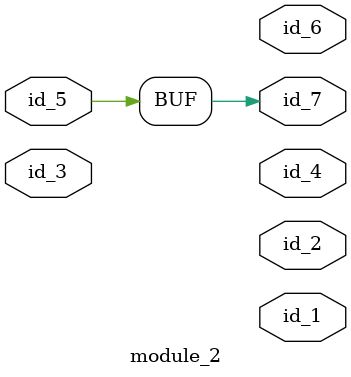
<source format=v>
module module_0;
  assign id_1 = id_1 ? 1 == 1 : 1 - 1'h0;
  wire id_2;
  wire id_3;
  assign id_1 = id_1 & 1;
  module_2 modCall_1 (
      id_3,
      id_2,
      id_2,
      id_1,
      id_3,
      id_2,
      id_3
  );
  assign module_1.type_3 = 0;
endmodule
module module_1;
  wand id_1 = id_1 == id_1, id_2;
  module_0 modCall_1 ();
endmodule
module module_2 (
    id_1,
    id_2,
    id_3,
    id_4,
    id_5,
    id_6,
    id_7
);
  output wire id_7;
  output wire id_6;
  input wire id_5;
  output wire id_4;
  input wire id_3;
  output wire id_2;
  output wire id_1;
  assign id_7 = id_5;
endmodule

</source>
